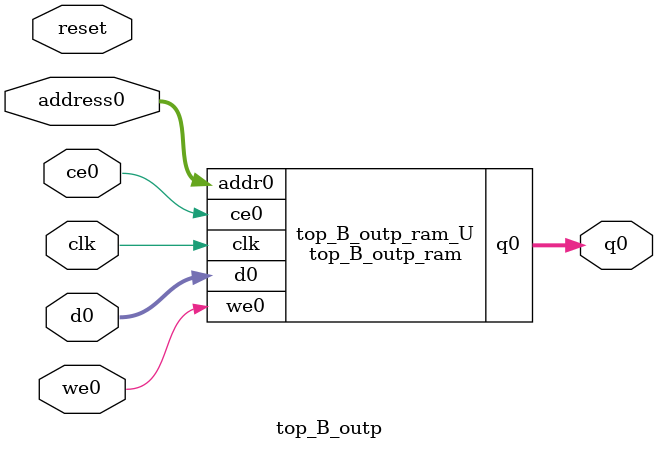
<source format=v>
`timescale 1 ns / 1 ps
module top_B_outp_ram (addr0, ce0, d0, we0, q0,  clk);

parameter DWIDTH = 32;
parameter AWIDTH = 14;
parameter MEM_SIZE = 9216;

input[AWIDTH-1:0] addr0;
input ce0;
input[DWIDTH-1:0] d0;
input we0;
output reg[DWIDTH-1:0] q0;
input clk;

(* ram_style = "block" *)reg [DWIDTH-1:0] ram[0:MEM_SIZE-1];




always @(posedge clk)  
begin 
    if (ce0) begin
        if (we0) 
            ram[addr0] <= d0; 
        q0 <= ram[addr0];
    end
end


endmodule

`timescale 1 ns / 1 ps
module top_B_outp(
    reset,
    clk,
    address0,
    ce0,
    we0,
    d0,
    q0);

parameter DataWidth = 32'd32;
parameter AddressRange = 32'd9216;
parameter AddressWidth = 32'd14;
input reset;
input clk;
input[AddressWidth - 1:0] address0;
input ce0;
input we0;
input[DataWidth - 1:0] d0;
output[DataWidth - 1:0] q0;



top_B_outp_ram top_B_outp_ram_U(
    .clk( clk ),
    .addr0( address0 ),
    .ce0( ce0 ),
    .we0( we0 ),
    .d0( d0 ),
    .q0( q0 ));

endmodule


</source>
